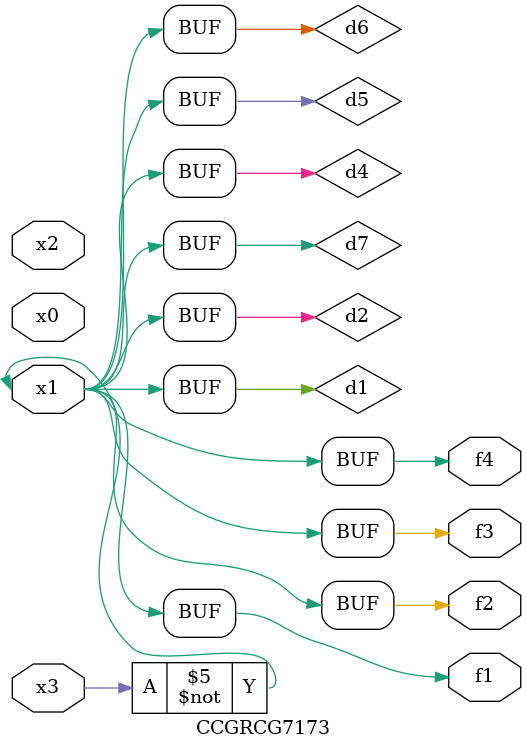
<source format=v>
module CCGRCG7173(
	input x0, x1, x2, x3,
	output f1, f2, f3, f4
);

	wire d1, d2, d3, d4, d5, d6, d7;

	not (d1, x3);
	buf (d2, x1);
	xnor (d3, d1, d2);
	nor (d4, d1);
	buf (d5, d1, d2);
	buf (d6, d4, d5);
	nand (d7, d4);
	assign f1 = d6;
	assign f2 = d7;
	assign f3 = d6;
	assign f4 = d6;
endmodule

</source>
